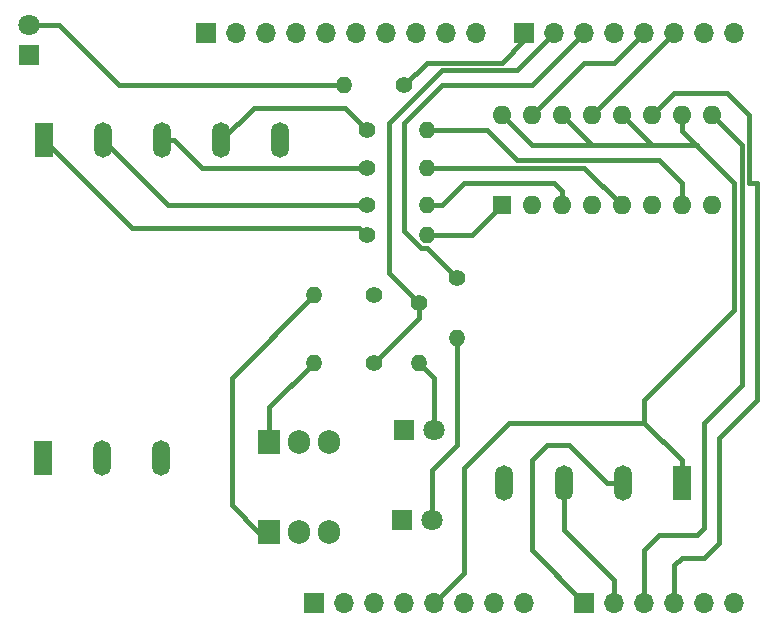
<source format=gbr>
%TF.GenerationSoftware,KiCad,Pcbnew,6.0.11-2627ca5db0~126~ubuntu20.04.1*%
%TF.CreationDate,2023-07-20T11:33:39+02:00*%
%TF.ProjectId,UNO_minimal,554e4f5f-6d69-46e6-996d-616c2e6b6963,rev?*%
%TF.SameCoordinates,Original*%
%TF.FileFunction,Copper,L1,Top*%
%TF.FilePolarity,Positive*%
%FSLAX46Y46*%
G04 Gerber Fmt 4.6, Leading zero omitted, Abs format (unit mm)*
G04 Created by KiCad (PCBNEW 6.0.11-2627ca5db0~126~ubuntu20.04.1) date 2023-07-20 11:33:39*
%MOMM*%
%LPD*%
G01*
G04 APERTURE LIST*
%TA.AperFunction,ComponentPad*%
%ADD10R,1.700000X1.700000*%
%TD*%
%TA.AperFunction,ComponentPad*%
%ADD11O,1.700000X1.700000*%
%TD*%
%TA.AperFunction,ComponentPad*%
%ADD12C,1.400000*%
%TD*%
%TA.AperFunction,ComponentPad*%
%ADD13O,1.400000X1.400000*%
%TD*%
%TA.AperFunction,ComponentPad*%
%ADD14R,1.500000X3.000000*%
%TD*%
%TA.AperFunction,ComponentPad*%
%ADD15O,1.500000X3.000000*%
%TD*%
%TA.AperFunction,ComponentPad*%
%ADD16R,1.905000X2.000000*%
%TD*%
%TA.AperFunction,ComponentPad*%
%ADD17O,1.905000X2.000000*%
%TD*%
%TA.AperFunction,ComponentPad*%
%ADD18R,1.600000X1.600000*%
%TD*%
%TA.AperFunction,ComponentPad*%
%ADD19O,1.600000X1.600000*%
%TD*%
%TA.AperFunction,ComponentPad*%
%ADD20R,1.800000X1.800000*%
%TD*%
%TA.AperFunction,ComponentPad*%
%ADD21C,1.800000*%
%TD*%
%TA.AperFunction,Conductor*%
%ADD22C,0.400000*%
%TD*%
G04 APERTURE END LIST*
D10*
%TO.P,J1,1,Pin_1*%
%TO.N,unconnected-(J1-Pad1)*%
X127940000Y-97460000D03*
D11*
%TO.P,J1,2,Pin_2*%
%TO.N,/IOREF*%
X130480000Y-97460000D03*
%TO.P,J1,3,Pin_3*%
%TO.N,/~{RESET}*%
X133020000Y-97460000D03*
%TO.P,J1,4,Pin_4*%
%TO.N,+3V3*%
X135560000Y-97460000D03*
%TO.P,J1,5,Pin_5*%
%TO.N,+5V*%
X138100000Y-97460000D03*
%TO.P,J1,6,Pin_6*%
%TO.N,GND*%
X140640000Y-97460000D03*
%TO.P,J1,7,Pin_7*%
X143180000Y-97460000D03*
%TO.P,J1,8,Pin_8*%
%TO.N,VCC*%
X145720000Y-97460000D03*
%TD*%
D10*
%TO.P,J3,1,Pin_1*%
%TO.N,A0*%
X150800000Y-97460000D03*
D11*
%TO.P,J3,2,Pin_2*%
%TO.N,A1*%
X153340000Y-97460000D03*
%TO.P,J3,3,Pin_3*%
%TO.N,IN4*%
X155880000Y-97460000D03*
%TO.P,J3,4,Pin_4*%
%TO.N,IN3*%
X158420000Y-97460000D03*
%TO.P,J3,5,Pin_5*%
%TO.N,unconnected-(J3-Pad5)*%
X160960000Y-97460000D03*
%TO.P,J3,6,Pin_6*%
%TO.N,unconnected-(J3-Pad6)*%
X163500000Y-97460000D03*
%TD*%
D10*
%TO.P,J2,1,Pin_1*%
%TO.N,unconnected-(J2-Pad1)*%
X118796000Y-49200000D03*
D11*
%TO.P,J2,2,Pin_2*%
%TO.N,unconnected-(J2-Pad2)*%
X121336000Y-49200000D03*
%TO.P,J2,3,Pin_3*%
%TO.N,unconnected-(J2-Pad3)*%
X123876000Y-49200000D03*
%TO.P,J2,4,Pin_4*%
%TO.N,GND*%
X126416000Y-49200000D03*
%TO.P,J2,5,Pin_5*%
%TO.N,/13*%
X128956000Y-49200000D03*
%TO.P,J2,6,Pin_6*%
%TO.N,/12*%
X131496000Y-49200000D03*
%TO.P,J2,7,Pin_7*%
%TO.N,/\u002A11*%
X134036000Y-49200000D03*
%TO.P,J2,8,Pin_8*%
%TO.N,/\u002A10*%
X136576000Y-49200000D03*
%TO.P,J2,9,Pin_9*%
%TO.N,/\u002A9*%
X139116000Y-49200000D03*
%TO.P,J2,10,Pin_10*%
%TO.N,/8*%
X141656000Y-49200000D03*
%TD*%
D10*
%TO.P,J4,1,Pin_1*%
%TO.N,OUT_LED*%
X145720000Y-49200000D03*
D11*
%TO.P,J4,2,Pin_2*%
%TO.N,OUT1*%
X148260000Y-49200000D03*
%TO.P,J4,3,Pin_3*%
%TO.N,OUT2*%
X150800000Y-49200000D03*
%TO.P,J4,4,Pin_4*%
%TO.N,/4*%
X153340000Y-49200000D03*
%TO.P,J4,5,Pin_5*%
%TO.N,IN1*%
X155880000Y-49200000D03*
%TO.P,J4,6,Pin_6*%
%TO.N,IN2*%
X158420000Y-49200000D03*
%TO.P,J4,7,Pin_7*%
%TO.N,/TX{slash}1*%
X160960000Y-49200000D03*
%TO.P,J4,8,Pin_8*%
%TO.N,/RX{slash}0*%
X163500000Y-49200000D03*
%TD*%
D12*
%TO.P,R1,1*%
%TO.N,OUT_LED*%
X135550000Y-53645000D03*
D13*
%TO.P,R1,2*%
%TO.N,Net-(D1-Pad2)*%
X130470000Y-53645000D03*
%TD*%
D14*
%TO.P,J6,1,Pin_1*%
%TO.N,Net-(J6-Pad1)*%
X105090000Y-58295000D03*
D15*
%TO.P,J6,2,Pin_2*%
%TO.N,Net-(J6-Pad2)*%
X110090000Y-58295000D03*
%TO.P,J6,3,Pin_3*%
%TO.N,Net-(J6-Pad3)*%
X115090000Y-58295000D03*
%TO.P,J6,4,Pin_4*%
%TO.N,Net-(J6-Pad4)*%
X120090000Y-58295000D03*
%TO.P,J6,5,Pin_5*%
%TO.N,GND*%
X125090000Y-58295000D03*
%TD*%
D12*
%TO.P,R9,1*%
%TO.N,OUT2*%
X133010000Y-71425000D03*
D13*
%TO.P,R9,2*%
%TO.N,Net-(Q2-Pad1)*%
X127930000Y-71425000D03*
%TD*%
D12*
%TO.P,R6,1*%
%TO.N,OUT1*%
X136830000Y-72060000D03*
D13*
%TO.P,R6,2*%
%TO.N,Net-(D2-Pad2)*%
X136830000Y-77140000D03*
%TD*%
D12*
%TO.P,R2,1*%
%TO.N,Net-(J6-Pad1)*%
X132385000Y-66345000D03*
D13*
%TO.P,R2,2*%
%TO.N,Net-(R2-Pad2)*%
X137465000Y-66345000D03*
%TD*%
D14*
%TO.P,J7,1,Pin_1*%
%TO.N,Net-(J7-Pad1)*%
X105010000Y-85195000D03*
D15*
%TO.P,J7,2,Pin_2*%
%TO.N,Net-(J7-Pad2)*%
X110010000Y-85195000D03*
%TO.P,J7,3,Pin_3*%
%TO.N,GND*%
X115010000Y-85195000D03*
%TD*%
D12*
%TO.P,R5,1*%
%TO.N,Net-(J6-Pad4)*%
X132435000Y-57455000D03*
D13*
%TO.P,R5,2*%
%TO.N,Net-(R5-Pad2)*%
X137515000Y-57455000D03*
%TD*%
D12*
%TO.P,R8,1*%
%TO.N,OUT1*%
X132970000Y-77140000D03*
D13*
%TO.P,R8,2*%
%TO.N,Net-(Q1-Pad1)*%
X127890000Y-77140000D03*
%TD*%
D12*
%TO.P,R4,1*%
%TO.N,Net-(J6-Pad3)*%
X132435000Y-60630000D03*
D13*
%TO.P,R4,2*%
%TO.N,Net-(R4-Pad2)*%
X137515000Y-60630000D03*
%TD*%
D16*
%TO.P,Q1,1,B*%
%TO.N,Net-(Q1-Pad1)*%
X124130000Y-83800000D03*
D17*
%TO.P,Q1,2,C*%
%TO.N,Net-(J7-Pad1)*%
X126670000Y-83800000D03*
%TO.P,Q1,3,E*%
%TO.N,GND*%
X129210000Y-83800000D03*
%TD*%
D12*
%TO.P,R7,1*%
%TO.N,OUT2*%
X140005000Y-69970000D03*
D13*
%TO.P,R7,2*%
%TO.N,Net-(D3-Pad2)*%
X140005000Y-75050000D03*
%TD*%
D16*
%TO.P,Q2,1,B*%
%TO.N,Net-(Q2-Pad1)*%
X124130000Y-91420000D03*
D17*
%TO.P,Q2,2,C*%
%TO.N,Net-(J7-Pad2)*%
X126670000Y-91420000D03*
%TO.P,Q2,3,E*%
%TO.N,GND*%
X129210000Y-91420000D03*
%TD*%
D12*
%TO.P,R3,1*%
%TO.N,Net-(J6-Pad2)*%
X132435000Y-63805000D03*
D13*
%TO.P,R3,2*%
%TO.N,Net-(R3-Pad2)*%
X137515000Y-63805000D03*
%TD*%
D18*
%TO.P,U1,1*%
%TO.N,Net-(R2-Pad2)*%
X143830000Y-63795000D03*
D19*
%TO.P,U1,2*%
%TO.N,GND*%
X146370000Y-63795000D03*
%TO.P,U1,3*%
%TO.N,Net-(R3-Pad2)*%
X148910000Y-63795000D03*
%TO.P,U1,4*%
%TO.N,GND*%
X151450000Y-63795000D03*
%TO.P,U1,5*%
%TO.N,Net-(R4-Pad2)*%
X153990000Y-63795000D03*
%TO.P,U1,6*%
%TO.N,GND*%
X156530000Y-63795000D03*
%TO.P,U1,7*%
%TO.N,Net-(R5-Pad2)*%
X159070000Y-63795000D03*
%TO.P,U1,8*%
%TO.N,GND*%
X161610000Y-63795000D03*
%TO.P,U1,9*%
%TO.N,IN4*%
X161610000Y-56175000D03*
%TO.P,U1,10*%
%TO.N,+5V*%
X159070000Y-56175000D03*
%TO.P,U1,11*%
%TO.N,IN3*%
X156530000Y-56175000D03*
%TO.P,U1,12*%
%TO.N,+5V*%
X153990000Y-56175000D03*
%TO.P,U1,13*%
%TO.N,IN2*%
X151450000Y-56175000D03*
%TO.P,U1,14*%
%TO.N,+5V*%
X148910000Y-56175000D03*
%TO.P,U1,15*%
%TO.N,IN1*%
X146370000Y-56175000D03*
%TO.P,U1,16*%
%TO.N,+5V*%
X143830000Y-56175000D03*
%TD*%
D20*
%TO.P,D1,1,K*%
%TO.N,GND*%
X103810000Y-51105000D03*
D21*
%TO.P,D1,2,A*%
%TO.N,Net-(D1-Pad2)*%
X103810000Y-48565000D03*
%TD*%
D14*
%TO.P,J5,1,Pin_1*%
%TO.N,+5V*%
X159055000Y-87300000D03*
D15*
%TO.P,J5,2,Pin_2*%
%TO.N,A0*%
X154055000Y-87300000D03*
%TO.P,J5,3,Pin_3*%
%TO.N,A1*%
X149055000Y-87300000D03*
%TO.P,J5,4,Pin_4*%
%TO.N,GND*%
X144055000Y-87300000D03*
%TD*%
D20*
%TO.P,D3,1,K*%
%TO.N,GND*%
X135410000Y-90475000D03*
D21*
%TO.P,D3,2,A*%
%TO.N,Net-(D3-Pad2)*%
X137950000Y-90475000D03*
%TD*%
D20*
%TO.P,D2,1,K*%
%TO.N,GND*%
X135555000Y-82855000D03*
D21*
%TO.P,D2,2,A*%
%TO.N,Net-(D2-Pad2)*%
X138095000Y-82855000D03*
%TD*%
D22*
%TO.N,Net-(D3-Pad2)*%
X140005000Y-75050000D02*
X140005000Y-84125000D01*
X140005000Y-84125000D02*
X137950000Y-86180000D01*
X137950000Y-86180000D02*
X137950000Y-90475000D01*
%TO.N,OUT2*%
X150800000Y-49200000D02*
X146355000Y-53645000D01*
X137009365Y-67445000D02*
X137480000Y-67445000D01*
X146355000Y-53645000D02*
X138735000Y-53645000D01*
X137480000Y-67445000D02*
X140005000Y-69970000D01*
X138735000Y-53645000D02*
X135560000Y-56820000D01*
X135560000Y-56820000D02*
X135560000Y-65995635D01*
X135560000Y-65995635D02*
X137009365Y-67445000D01*
%TO.N,+5V*%
X159070000Y-57470000D02*
X159070000Y-56175000D01*
X151460000Y-58725000D02*
X152070000Y-58725000D01*
X144450000Y-82220000D02*
X155880000Y-82220000D01*
X148910000Y-56175000D02*
X151460000Y-58725000D01*
X155880000Y-82220000D02*
X155880000Y-80315000D01*
X163500000Y-72695000D02*
X163500000Y-61900000D01*
X156540000Y-58725000D02*
X160325000Y-58725000D01*
X146380000Y-58725000D02*
X152070000Y-58725000D01*
X153990000Y-56175000D02*
X156540000Y-58725000D01*
X140640000Y-94920000D02*
X140640000Y-86030000D01*
X140640000Y-86030000D02*
X144450000Y-82220000D01*
X152070000Y-58725000D02*
X156540000Y-58725000D01*
X143830000Y-56175000D02*
X146380000Y-58725000D01*
X138100000Y-97460000D02*
X140640000Y-94920000D01*
X163500000Y-61900000D02*
X159070000Y-57470000D01*
X159055000Y-85395000D02*
X159055000Y-87300000D01*
X155880000Y-82220000D02*
X159055000Y-85395000D01*
X155880000Y-80315000D02*
X163500000Y-72695000D01*
%TO.N,Net-(D1-Pad2)*%
X106350000Y-48565000D02*
X111430000Y-53645000D01*
X111430000Y-53645000D02*
X130470000Y-53645000D01*
X103810000Y-48565000D02*
X106350000Y-48565000D01*
%TO.N,Net-(D2-Pad2)*%
X136830000Y-77140000D02*
X138095000Y-78405000D01*
X138095000Y-78405000D02*
X138095000Y-82855000D01*
%TO.N,A0*%
X146355000Y-93015000D02*
X150800000Y-97460000D01*
X147625000Y-84125000D02*
X146355000Y-85395000D01*
X146355000Y-85395000D02*
X146355000Y-93015000D01*
X152705000Y-87300000D02*
X149530000Y-84125000D01*
X149530000Y-84125000D02*
X147625000Y-84125000D01*
X154055000Y-87300000D02*
X152705000Y-87300000D01*
%TO.N,A1*%
X153340000Y-95555000D02*
X153340000Y-97460000D01*
X149055000Y-87300000D02*
X149055000Y-91270000D01*
X149055000Y-91270000D02*
X153340000Y-95555000D01*
%TO.N,IN4*%
X157150000Y-91745000D02*
X155880000Y-93015000D01*
X164135000Y-58700000D02*
X164135000Y-79045000D01*
X160960000Y-82220000D02*
X160960000Y-91110000D01*
X160960000Y-91110000D02*
X160325000Y-91745000D01*
X161610000Y-56175000D02*
X164135000Y-58700000D01*
X160325000Y-91745000D02*
X157150000Y-91745000D01*
X155880000Y-93015000D02*
X155880000Y-97460000D01*
X164135000Y-79045000D02*
X160960000Y-82220000D01*
%TO.N,IN3*%
X158420000Y-94285000D02*
X158420000Y-97460000D01*
X160960000Y-93650000D02*
X159055000Y-93650000D01*
X164770000Y-61900000D02*
X165405000Y-61900000D01*
X164770000Y-56185000D02*
X164770000Y-61900000D01*
X162230000Y-92380000D02*
X160960000Y-93650000D01*
X158425000Y-54280000D02*
X162865000Y-54280000D01*
X162865000Y-54280000D02*
X164770000Y-56185000D01*
X162230000Y-83490000D02*
X162230000Y-92380000D01*
X156530000Y-56175000D02*
X158425000Y-54280000D01*
X165405000Y-80315000D02*
X162230000Y-83490000D01*
X159055000Y-93650000D02*
X158420000Y-94285000D01*
X165405000Y-61900000D02*
X165405000Y-80315000D01*
%TO.N,OUT_LED*%
X135550000Y-53645000D02*
X137455000Y-51740000D01*
X137455000Y-51740000D02*
X143815000Y-51740000D01*
X145720000Y-49835000D02*
X145720000Y-49200000D01*
X143815000Y-51740000D02*
X145720000Y-49835000D01*
%TO.N,OUT1*%
X134290000Y-56820000D02*
X138735000Y-52375000D01*
X145085000Y-52375000D02*
X148260000Y-49200000D01*
X138735000Y-52375000D02*
X145085000Y-52375000D01*
X136830000Y-73330000D02*
X136830000Y-72060000D01*
X132970000Y-77140000D02*
X135510000Y-74600000D01*
X135510000Y-74600000D02*
X135560000Y-74600000D01*
X134290000Y-69520000D02*
X134290000Y-56820000D01*
X136830000Y-72060000D02*
X134290000Y-69520000D01*
X135560000Y-74600000D02*
X136830000Y-73330000D01*
%TO.N,IN2*%
X151450000Y-56175000D02*
X158420000Y-49205000D01*
X158420000Y-49205000D02*
X158420000Y-49200000D01*
%TO.N,IN1*%
X146370000Y-56175000D02*
X150805000Y-51740000D01*
X150805000Y-51740000D02*
X153340000Y-51740000D01*
X153340000Y-51740000D02*
X155880000Y-49200000D01*
%TO.N,Net-(J6-Pad1)*%
X131750000Y-65710000D02*
X132385000Y-66345000D01*
X105090000Y-58295000D02*
X112505000Y-65710000D01*
X112505000Y-65710000D02*
X131750000Y-65710000D01*
%TO.N,Net-(J6-Pad2)*%
X115600000Y-63805000D02*
X132435000Y-63805000D01*
X110090000Y-58295000D02*
X115600000Y-63805000D01*
%TO.N,Net-(J6-Pad3)*%
X116080000Y-58295000D02*
X118415000Y-60630000D01*
X118415000Y-60630000D02*
X132435000Y-60630000D01*
X115090000Y-58295000D02*
X116080000Y-58295000D01*
%TO.N,Net-(J6-Pad4)*%
X122835000Y-55550000D02*
X130530000Y-55550000D01*
X130530000Y-55550000D02*
X132435000Y-57455000D01*
X120090000Y-58295000D02*
X122835000Y-55550000D01*
%TO.N,Net-(Q1-Pad1)*%
X124130000Y-83800000D02*
X124130000Y-80900000D01*
X124130000Y-80900000D02*
X127890000Y-77140000D01*
%TO.N,Net-(Q2-Pad1)*%
X123170000Y-91420000D02*
X120955000Y-89205000D01*
X120955000Y-78400000D02*
X127930000Y-71425000D01*
X120955000Y-89205000D02*
X120955000Y-78400000D01*
X124130000Y-91420000D02*
X123170000Y-91420000D01*
%TO.N,Net-(R2-Pad2)*%
X141280000Y-66345000D02*
X143830000Y-63795000D01*
X137465000Y-66345000D02*
X141280000Y-66345000D01*
%TO.N,Net-(R3-Pad2)*%
X148260000Y-61900000D02*
X148910000Y-62550000D01*
X137515000Y-63805000D02*
X138735000Y-63805000D01*
X138735000Y-63805000D02*
X140640000Y-61900000D01*
X140640000Y-61900000D02*
X148260000Y-61900000D01*
X148910000Y-62550000D02*
X148910000Y-63795000D01*
%TO.N,Net-(R4-Pad2)*%
X137515000Y-60630000D02*
X150825000Y-60630000D01*
X150825000Y-60630000D02*
X153990000Y-63795000D01*
%TO.N,Net-(R5-Pad2)*%
X157150000Y-59995000D02*
X159070000Y-61915000D01*
X142545000Y-57455000D02*
X145085000Y-59995000D01*
X159070000Y-61915000D02*
X159070000Y-63795000D01*
X145085000Y-59995000D02*
X157150000Y-59995000D01*
X137515000Y-57455000D02*
X142545000Y-57455000D01*
%TD*%
M02*

</source>
